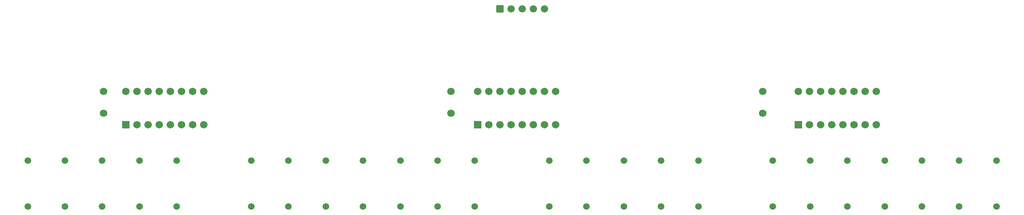
<source format=gbs>
G04 Layer: BottomSolderMaskLayer*
G04 EasyEDA v6.5.40, 2024-08-29 12:46:18*
G04 cb6e2e9fbd21486d88ae5690d2d3dc00,10*
G04 Gerber Generator version 0.2*
G04 Scale: 100 percent, Rotated: No, Reflected: No *
G04 Dimensions in millimeters *
G04 leading zeros omitted , absolute positions ,4 integer and 5 decimal *
%FSLAX45Y45*%
%MOMM*%

%AMMACRO1*1,1,$1,$2,$3*1,1,$1,$4,$5*1,1,$1,0-$2,0-$3*1,1,$1,0-$4,0-$5*20,1,$1,$2,$3,$4,$5,0*20,1,$1,$4,$5,0-$2,0-$3,0*20,1,$1,0-$2,0-$3,0-$4,0-$5,0*20,1,$1,0-$4,0-$5,$2,$3,0*4,1,4,$2,$3,$4,$5,0-$2,0-$3,0-$4,0-$5,$2,$3,0*%
%ADD10C,1.7000*%
%ADD11C,1.7016*%
%ADD12R,1.7016X1.7016*%
%ADD13C,1.6764*%
%ADD14MACRO1,0.1016X-0.7874X0.7874X0.7874X0.7874*%
%ADD15C,1.5016*%
%ADD16C,1.5020*%

%LPD*%
D10*
G01*
X2514600Y4762474D03*
G01*
X2514600Y4262475D03*
G01*
X10439400Y4262475D03*
G01*
X10439400Y4762474D03*
G01*
X17551400Y4262501D03*
G01*
X17551400Y4762500D03*
D11*
G01*
X3022600Y4762500D03*
G01*
X3276600Y4762500D03*
G01*
X3530600Y4762500D03*
G01*
X3784600Y4762500D03*
G01*
X4038600Y4762500D03*
G01*
X4292600Y4762500D03*
G01*
X4546600Y4762500D03*
G01*
X4800600Y4762500D03*
G01*
X4800600Y4000500D03*
G01*
X4546600Y4000500D03*
G01*
X4292600Y4000500D03*
G01*
X4038600Y4000500D03*
G01*
X3784600Y4000500D03*
G01*
X3530600Y4000500D03*
G01*
X3276600Y4000500D03*
D12*
G01*
X3022600Y4000500D03*
D11*
G01*
X11049000Y4762500D03*
G01*
X11303000Y4762500D03*
G01*
X11557000Y4762500D03*
G01*
X11811000Y4762500D03*
G01*
X12065000Y4762500D03*
G01*
X12319000Y4762500D03*
G01*
X12573000Y4762500D03*
G01*
X12827000Y4762500D03*
G01*
X12827000Y4000500D03*
G01*
X12573000Y4000500D03*
G01*
X12319000Y4000500D03*
G01*
X12065000Y4000500D03*
G01*
X11811000Y4000500D03*
G01*
X11557000Y4000500D03*
G01*
X11303000Y4000500D03*
D12*
G01*
X11049000Y4000474D03*
D11*
G01*
X18364200Y4762500D03*
G01*
X18618200Y4762500D03*
G01*
X18872200Y4762500D03*
G01*
X19126200Y4762500D03*
G01*
X19380200Y4762500D03*
G01*
X19634200Y4762500D03*
G01*
X19888200Y4762500D03*
G01*
X20142200Y4762500D03*
G01*
X20142200Y4000500D03*
G01*
X19888200Y4000500D03*
G01*
X19634200Y4000500D03*
G01*
X19380200Y4000500D03*
G01*
X19126200Y4000500D03*
G01*
X18872200Y4000500D03*
G01*
X18618200Y4000500D03*
D12*
G01*
X18364200Y4000500D03*
D13*
G01*
X12572974Y6654800D03*
G01*
X12318974Y6654800D03*
G01*
X12064974Y6654800D03*
G01*
X11810974Y6654800D03*
D14*
G01*
X11556977Y6654800D03*
D15*
G01*
X8432977Y3179292D03*
G01*
X8432977Y2129307D03*
G01*
X9282988Y3179292D03*
G01*
X9282988Y2129307D03*
G01*
X10132974Y3179292D03*
G01*
X10132974Y2129307D03*
G01*
X10982985Y3179292D03*
G01*
X10982985Y2129307D03*
G01*
X12682981Y3179292D03*
G01*
X12682981Y2129307D03*
G01*
X13532967Y3179292D03*
G01*
X13532967Y2129307D03*
G01*
X14382978Y3179292D03*
G01*
X14382978Y2129307D03*
G01*
X15232964Y3179292D03*
G01*
X15232964Y2129307D03*
G01*
X16082975Y3179292D03*
G01*
X16082975Y2129307D03*
G01*
X17782971Y3179292D03*
G01*
X17782971Y2129307D03*
G01*
X18632957Y3179292D03*
G01*
X18632957Y2129307D03*
G01*
X19482968Y3179292D03*
G01*
X19482968Y2129307D03*
G01*
X20332954Y3179292D03*
G01*
X20332954Y2129307D03*
G01*
X21182965Y3179292D03*
G01*
X21182965Y2129307D03*
G01*
X22032950Y3179292D03*
G01*
X22032950Y2129307D03*
G01*
X22882961Y3179292D03*
G01*
X22882961Y2129307D03*
D16*
G01*
X6732981Y2129281D03*
G01*
X6732981Y3179292D03*
G01*
X5882995Y2129281D03*
G01*
X5882995Y3179292D03*
G01*
X4182999Y2129281D03*
G01*
X4182999Y3179292D03*
G01*
X3332988Y2129281D03*
G01*
X3332988Y3179292D03*
G01*
X2483002Y2129281D03*
G01*
X2483002Y3179292D03*
G01*
X1632991Y2129281D03*
G01*
X1632991Y3179292D03*
G01*
X783005Y2129281D03*
G01*
X783005Y3179292D03*
G01*
X7582992Y2129281D03*
G01*
X7582992Y3179292D03*
M02*

</source>
